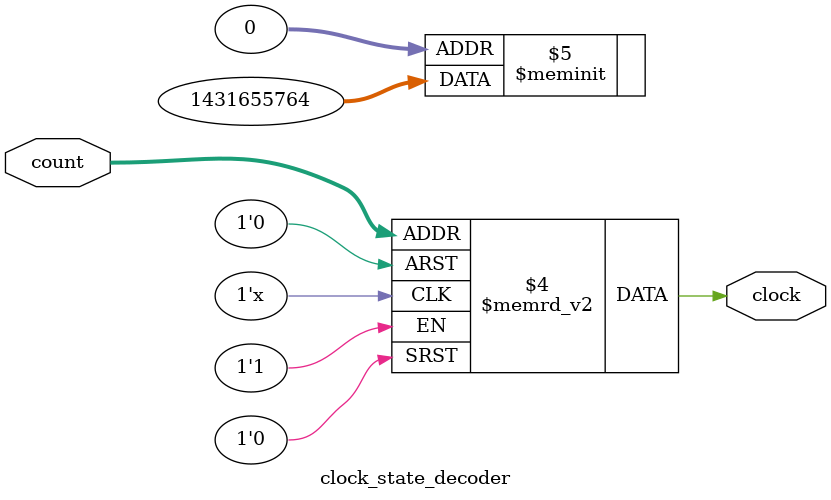
<source format=v>
`timescale 1ns / 1ps
module Remote(
    input Clk_In,
	 input Reset_In,
	 input Controller_In,
    output Latch_Out,
	 output Clk_Out,
	 output Serial_Out
    );
	 
	 wire [4:0] count;
	 
	 assign Serial_Out = (count == 5'b11010)||(count == 5'b11011)||(count == 5'b11110)||(count == 5'b11111)||(~Controller_In);

four_bit_counter FBC (
    .clk(Clk_In), 
    .reset(Reset_In), 
    .count(count)
    );
	 
clock_state_decoder CSD (
    .count(count), 
    .clock(Clk_Out)
    );

latch_state_decoder LSD (
    .count(count), 
    .latch(Latch_Out)
    );
	 
//transmitter TST (
//    .count(count), 
//    .data(Controller_In), 
//    .serial_data(Serial_Out)
//    );

endmodule

module four_bit_counter(
    input clk, reset,
    output reg [4:0] count);

    always @ (posedge clk)
        if(!reset) count <= 5'b0;
        else count <= count + 1;
endmodule


module latch_state_decoder(
    input [4:0] count,
    output reg latch);

    always @(*)
        case(count)
        5'h0: latch = 1;
        default: latch = 0;
        endcase
endmodule

module clock_state_decoder(
    input [4:0] count,
    output reg clock);

    always @(*)
        case (count)
        5'h2: clock = 1;
        5'h4: clock = 1;
        5'h6: clock = 1;
        5'h8: clock = 1;
        5'ha: clock = 1;
        5'hC: clock = 1;
        5'hE: clock = 1;
		  5'h10: clock = 1;
		  5'h12: clock = 1;
		  5'h14: clock = 1;
		  5'h16: clock = 1;
		  5'h18: clock = 1;
		  5'h1a: clock = 1;
		  5'h1c: clock = 1;
		  5'h1e: clock = 1;
        default: clock = 0;
        endcase
endmodule

//module transmitter(
//    input [4:0] count, data,
//	 output reg serial_data);
//	 
//	 always @(*)
//			case (count)
//			5'h1a: serial_data = 1;
//			5'h1e: serial_data = 1;
//			default: serial_data = data;
//			endcase
//endmodule
	 

</source>
